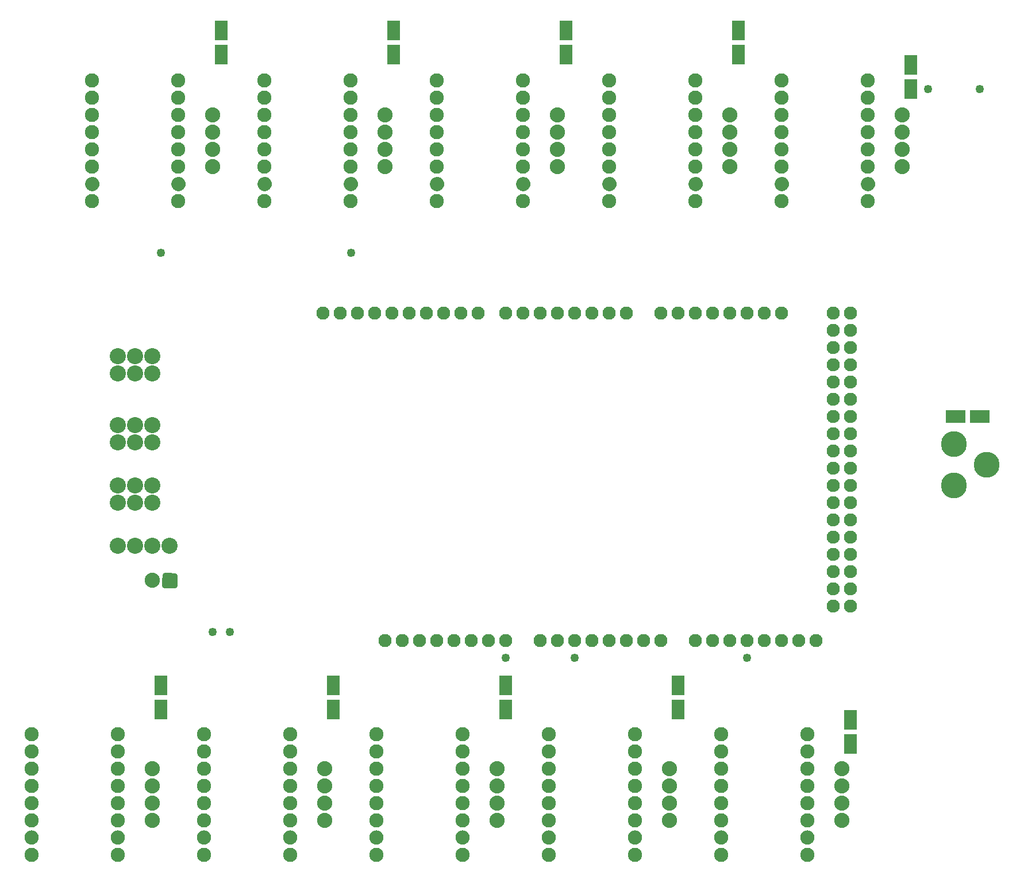
<source format=gts>
G04 MADE WITH FRITZING*
G04 WWW.FRITZING.ORG*
G04 DOUBLE SIDED*
G04 HOLES PLATED*
G04 CONTOUR ON CENTER OF CONTOUR VECTOR*
%ASAXBY*%
%FSLAX23Y23*%
%MOIN*%
%OFA0B0*%
%SFA1.0B1.0*%
%ADD10C,0.076604*%
%ADD11C,0.076632*%
%ADD12C,0.075993*%
%ADD13C,0.088000*%
%ADD14C,0.093307*%
%ADD15C,0.049370*%
%ADD16C,0.082472*%
%ADD17C,0.082445*%
%ADD18C,0.082417*%
%ADD19C,0.150000*%
%ADD20R,0.072992X0.112362*%
%ADD21R,0.112362X0.072992*%
%ADD22C,0.000100*%
%ADD23C,0.030000*%
%ADD24R,0.001000X0.001000*%
%LNMASK1*%
G90*
G70*
G54D10*
X3987Y1602D03*
X4087Y1602D03*
X4187Y1602D03*
X4287Y1602D03*
X4387Y1602D03*
X4487Y1602D03*
X4587Y1602D03*
X4687Y1602D03*
X3087Y1602D03*
X3187Y1602D03*
X3287Y1602D03*
X3387Y1602D03*
X3487Y1602D03*
X3587Y1602D03*
X3687Y1602D03*
X3787Y1602D03*
G54D11*
X3787Y3502D03*
X3887Y3502D03*
X3987Y3502D03*
X4087Y3502D03*
X4187Y3502D03*
X4287Y3502D03*
X4387Y3502D03*
X4487Y3502D03*
G54D10*
X2187Y1602D03*
X2287Y1602D03*
X2387Y1602D03*
X2487Y1602D03*
X2587Y1602D03*
X2687Y1602D03*
X2787Y1602D03*
X2887Y1602D03*
G54D11*
X2727Y3502D03*
X2627Y3502D03*
X2527Y3502D03*
X2427Y3502D03*
X2327Y3502D03*
X2227Y3502D03*
X2127Y3502D03*
X2027Y3502D03*
X1927Y3502D03*
X1827Y3502D03*
X3587Y3502D03*
X3487Y3502D03*
X3387Y3502D03*
X3287Y3502D03*
X3187Y3502D03*
X3087Y3502D03*
X2987Y3502D03*
X2887Y3502D03*
G54D12*
X4787Y3502D03*
X4887Y3502D03*
X4787Y3402D03*
X4887Y3402D03*
X4787Y3302D03*
X4887Y3302D03*
X4787Y3202D03*
X4887Y3202D03*
X4787Y3102D03*
X4887Y3102D03*
X4787Y3002D03*
X4887Y3002D03*
X4787Y2902D03*
X4887Y2902D03*
X4787Y2802D03*
X4887Y2802D03*
X4787Y2702D03*
X4887Y2702D03*
X4787Y2602D03*
X4887Y2602D03*
X4787Y2502D03*
X4887Y2502D03*
X4787Y2402D03*
X4887Y2402D03*
X4787Y2302D03*
X4887Y2302D03*
X4787Y2202D03*
X4887Y2202D03*
X4787Y2102D03*
X4887Y2102D03*
X4787Y2002D03*
X4887Y2002D03*
X4787Y1902D03*
X4887Y1902D03*
X4787Y1802D03*
X4887Y1802D03*
G54D13*
X3835Y861D03*
X3835Y761D03*
X3835Y661D03*
X3835Y561D03*
X2835Y860D03*
X2835Y760D03*
X2835Y660D03*
X2835Y560D03*
X1835Y861D03*
X1835Y761D03*
X1835Y661D03*
X1835Y561D03*
X835Y861D03*
X835Y761D03*
X835Y661D03*
X835Y561D03*
X4187Y4652D03*
X4187Y4552D03*
X4187Y4452D03*
X4187Y4352D03*
X3187Y4652D03*
X3187Y4552D03*
X3187Y4452D03*
X3187Y4352D03*
X4835Y861D03*
X4835Y761D03*
X4835Y661D03*
X4835Y561D03*
X5187Y4652D03*
X5187Y4552D03*
X5187Y4452D03*
X5187Y4352D03*
X2187Y4652D03*
X2187Y4552D03*
X2187Y4452D03*
X2187Y4352D03*
X1187Y4652D03*
X1187Y4552D03*
X1187Y4452D03*
X1187Y4352D03*
G54D14*
X837Y2502D03*
X737Y2502D03*
X637Y2502D03*
X837Y2502D03*
X737Y2502D03*
X637Y2502D03*
X637Y2402D03*
X737Y2402D03*
X837Y2402D03*
X837Y2852D03*
X737Y2852D03*
X637Y2852D03*
X837Y2852D03*
X737Y2852D03*
X637Y2852D03*
X637Y2752D03*
X737Y2752D03*
X837Y2752D03*
X837Y3252D03*
X737Y3252D03*
X637Y3252D03*
X837Y3252D03*
X737Y3252D03*
X637Y3252D03*
X637Y3152D03*
X737Y3152D03*
X837Y3152D03*
X937Y2152D03*
X837Y2152D03*
X737Y2152D03*
X637Y2152D03*
G54D13*
X937Y1952D03*
X837Y1954D03*
G54D15*
X5337Y4802D03*
X5637Y4802D03*
X887Y3852D03*
X1988Y3854D03*
X4287Y1502D03*
X3287Y1502D03*
X2887Y1502D03*
X1287Y1652D03*
X1187Y1652D03*
G54D16*
X3635Y361D03*
X3135Y1061D03*
X3135Y961D03*
X3135Y861D03*
X3135Y761D03*
X3135Y661D03*
G54D17*
X3135Y561D03*
G54D16*
X3135Y360D03*
G54D17*
X3635Y1061D03*
G54D18*
X3635Y961D03*
G54D17*
X3635Y861D03*
G54D16*
X3635Y761D03*
G54D17*
X3635Y661D03*
G54D18*
X3635Y561D03*
G54D16*
X2635Y360D03*
X2135Y1061D03*
X2135Y961D03*
X2135Y861D03*
X2135Y760D03*
X2135Y660D03*
G54D17*
X2135Y560D03*
G54D16*
X2135Y360D03*
G54D17*
X2635Y1061D03*
G54D18*
X2635Y961D03*
G54D17*
X2635Y861D03*
G54D16*
X2635Y760D03*
G54D17*
X2635Y660D03*
G54D18*
X2635Y561D03*
G54D16*
X1635Y361D03*
X1135Y1061D03*
X1135Y961D03*
X1135Y861D03*
X1135Y761D03*
X1135Y661D03*
G54D17*
X1135Y561D03*
G54D16*
X1135Y360D03*
G54D17*
X1635Y1061D03*
G54D18*
X1635Y961D03*
G54D17*
X1635Y861D03*
G54D16*
X1635Y761D03*
G54D17*
X1635Y661D03*
G54D18*
X1635Y561D03*
G54D16*
X635Y361D03*
X135Y1061D03*
X135Y961D03*
X135Y861D03*
X135Y761D03*
X135Y661D03*
G54D17*
X135Y561D03*
G54D16*
X135Y360D03*
G54D17*
X635Y1061D03*
G54D18*
X635Y961D03*
G54D17*
X635Y861D03*
G54D16*
X635Y761D03*
G54D17*
X635Y661D03*
G54D18*
X635Y561D03*
G54D16*
X3987Y4152D03*
X3487Y4852D03*
X3487Y4752D03*
X3487Y4652D03*
X3487Y4552D03*
X3487Y4452D03*
G54D17*
X3487Y4352D03*
G54D16*
X3487Y4152D03*
G54D17*
X3987Y4852D03*
G54D18*
X3987Y4752D03*
G54D17*
X3987Y4652D03*
G54D16*
X3987Y4552D03*
G54D17*
X3987Y4452D03*
G54D18*
X3987Y4352D03*
G54D16*
X2987Y4152D03*
X2487Y4852D03*
X2487Y4752D03*
X2487Y4652D03*
X2487Y4552D03*
X2487Y4452D03*
G54D17*
X2487Y4352D03*
G54D16*
X2487Y4152D03*
G54D17*
X2987Y4852D03*
G54D18*
X2987Y4752D03*
G54D17*
X2987Y4652D03*
G54D16*
X2987Y4552D03*
G54D17*
X2987Y4452D03*
G54D18*
X2987Y4352D03*
G54D16*
X4635Y361D03*
X4135Y1061D03*
X4135Y961D03*
X4135Y861D03*
X4135Y761D03*
X4135Y661D03*
G54D17*
X4135Y561D03*
G54D16*
X4135Y360D03*
G54D17*
X4635Y1061D03*
G54D18*
X4635Y961D03*
G54D17*
X4635Y861D03*
G54D16*
X4635Y761D03*
G54D17*
X4635Y661D03*
G54D18*
X4635Y561D03*
G54D16*
X4987Y4152D03*
X4487Y4852D03*
X4487Y4752D03*
X4487Y4652D03*
X4487Y4552D03*
X4487Y4452D03*
G54D17*
X4487Y4352D03*
G54D16*
X4487Y4152D03*
G54D17*
X4987Y4852D03*
G54D18*
X4987Y4752D03*
G54D17*
X4987Y4652D03*
G54D16*
X4987Y4552D03*
G54D17*
X4987Y4452D03*
G54D18*
X4987Y4352D03*
G54D16*
X1987Y4152D03*
X1487Y4852D03*
X1487Y4752D03*
X1487Y4652D03*
X1487Y4552D03*
X1487Y4452D03*
G54D17*
X1487Y4352D03*
G54D16*
X1487Y4152D03*
G54D17*
X1987Y4852D03*
G54D18*
X1987Y4752D03*
G54D17*
X1987Y4652D03*
G54D16*
X1987Y4552D03*
G54D17*
X1987Y4452D03*
G54D18*
X1987Y4352D03*
G54D16*
X987Y4152D03*
X487Y4852D03*
X487Y4752D03*
X487Y4652D03*
X487Y4552D03*
X487Y4452D03*
G54D17*
X487Y4352D03*
G54D16*
X487Y4152D03*
G54D17*
X987Y4852D03*
G54D18*
X987Y4752D03*
G54D17*
X987Y4652D03*
G54D16*
X987Y4552D03*
G54D17*
X987Y4452D03*
G54D18*
X987Y4352D03*
G54D19*
X5487Y2742D03*
X5487Y2502D03*
X5677Y2622D03*
G54D20*
X4887Y1144D03*
X4887Y1002D03*
X3887Y1344D03*
X3887Y1202D03*
X2887Y1344D03*
X2887Y1202D03*
X1887Y1344D03*
X1887Y1202D03*
X887Y1344D03*
X887Y1202D03*
X5237Y4944D03*
X5237Y4802D03*
X4237Y5144D03*
X4237Y5002D03*
X3237Y5144D03*
X3237Y5002D03*
X2237Y5144D03*
X2237Y5002D03*
X1237Y5144D03*
X1237Y5002D03*
G54D21*
X5495Y2902D03*
X5637Y2902D03*
G54D22*
G36*
X965Y1923D02*
X907Y1924D01*
X908Y1982D01*
X966Y1981D01*
X965Y1923D01*
G37*
G54D23*
X965Y1923D02*
X907Y1924D01*
X908Y1982D01*
X966Y1981D01*
X965Y1923D01*
D02*
G54D24*
X484Y4293D02*
X491Y4293D01*
X984Y4293D02*
X991Y4293D01*
X1484Y4293D02*
X1491Y4293D01*
X1984Y4293D02*
X1991Y4293D01*
X2484Y4293D02*
X2491Y4293D01*
X2984Y4293D02*
X2991Y4293D01*
X3483Y4293D02*
X3491Y4293D01*
X3984Y4293D02*
X3991Y4293D01*
X4483Y4293D02*
X4491Y4293D01*
X4984Y4293D02*
X4991Y4293D01*
X478Y4292D02*
X497Y4292D01*
X978Y4292D02*
X997Y4292D01*
X1478Y4292D02*
X1497Y4292D01*
X1978Y4292D02*
X1997Y4292D01*
X2478Y4292D02*
X2497Y4292D01*
X2978Y4292D02*
X2996Y4292D01*
X3478Y4292D02*
X3497Y4292D01*
X3978Y4292D02*
X3997Y4292D01*
X4478Y4292D02*
X4497Y4292D01*
X4978Y4292D02*
X4996Y4292D01*
X475Y4291D02*
X500Y4291D01*
X975Y4291D02*
X1000Y4291D01*
X1475Y4291D02*
X1500Y4291D01*
X1975Y4291D02*
X2000Y4291D01*
X2475Y4291D02*
X2500Y4291D01*
X2975Y4291D02*
X3000Y4291D01*
X3474Y4291D02*
X3500Y4291D01*
X3974Y4291D02*
X4000Y4291D01*
X4474Y4291D02*
X4500Y4291D01*
X4974Y4291D02*
X5000Y4291D01*
X472Y4290D02*
X503Y4290D01*
X972Y4290D02*
X1003Y4290D01*
X1472Y4290D02*
X1503Y4290D01*
X1972Y4290D02*
X2003Y4290D01*
X2472Y4290D02*
X2503Y4290D01*
X2972Y4290D02*
X3003Y4290D01*
X3472Y4290D02*
X3503Y4290D01*
X3972Y4290D02*
X4003Y4290D01*
X4472Y4290D02*
X4503Y4290D01*
X4972Y4290D02*
X5003Y4290D01*
X470Y4289D02*
X505Y4289D01*
X970Y4289D02*
X1005Y4289D01*
X1470Y4289D02*
X1505Y4289D01*
X1970Y4289D02*
X2005Y4289D01*
X2470Y4289D02*
X2505Y4289D01*
X2970Y4289D02*
X3005Y4289D01*
X3470Y4289D02*
X3505Y4289D01*
X3970Y4289D02*
X4005Y4289D01*
X4470Y4289D02*
X4505Y4289D01*
X4970Y4289D02*
X5005Y4289D01*
X468Y4288D02*
X507Y4288D01*
X968Y4288D02*
X1007Y4288D01*
X1468Y4288D02*
X1507Y4288D01*
X1968Y4288D02*
X2007Y4288D01*
X2468Y4288D02*
X2507Y4288D01*
X2968Y4288D02*
X3007Y4288D01*
X3468Y4288D02*
X3507Y4288D01*
X3968Y4288D02*
X4007Y4288D01*
X4468Y4288D02*
X4507Y4288D01*
X4968Y4288D02*
X5007Y4288D01*
X466Y4287D02*
X509Y4287D01*
X966Y4287D02*
X1009Y4287D01*
X1466Y4287D02*
X1509Y4287D01*
X1966Y4287D02*
X2009Y4287D01*
X2466Y4287D02*
X2509Y4287D01*
X2966Y4287D02*
X3008Y4287D01*
X3466Y4287D02*
X3508Y4287D01*
X3966Y4287D02*
X4008Y4287D01*
X4466Y4287D02*
X4508Y4287D01*
X4966Y4287D02*
X5008Y4287D01*
X465Y4286D02*
X510Y4286D01*
X965Y4286D02*
X1010Y4286D01*
X1465Y4286D02*
X1510Y4286D01*
X1965Y4286D02*
X2010Y4286D01*
X2465Y4286D02*
X2510Y4286D01*
X2965Y4286D02*
X3010Y4286D01*
X3465Y4286D02*
X3510Y4286D01*
X3964Y4286D02*
X4010Y4286D01*
X4464Y4286D02*
X4510Y4286D01*
X4964Y4286D02*
X5010Y4286D01*
X463Y4285D02*
X512Y4285D01*
X963Y4285D02*
X1012Y4285D01*
X1463Y4285D02*
X1512Y4285D01*
X1963Y4285D02*
X2011Y4285D01*
X2463Y4285D02*
X2511Y4285D01*
X2963Y4285D02*
X3011Y4285D01*
X3463Y4285D02*
X3511Y4285D01*
X3963Y4285D02*
X4011Y4285D01*
X4463Y4285D02*
X4511Y4285D01*
X4963Y4285D02*
X5011Y4285D01*
X462Y4284D02*
X513Y4284D01*
X962Y4284D02*
X1013Y4284D01*
X1462Y4284D02*
X1513Y4284D01*
X1962Y4284D02*
X2013Y4284D01*
X2462Y4284D02*
X2513Y4284D01*
X2962Y4284D02*
X3013Y4284D01*
X3462Y4284D02*
X3513Y4284D01*
X3962Y4284D02*
X4013Y4284D01*
X4462Y4284D02*
X4513Y4284D01*
X4962Y4284D02*
X5013Y4284D01*
X461Y4283D02*
X514Y4283D01*
X961Y4283D02*
X1014Y4283D01*
X1461Y4283D02*
X1514Y4283D01*
X1961Y4283D02*
X2014Y4283D01*
X2461Y4283D02*
X2514Y4283D01*
X2961Y4283D02*
X3014Y4283D01*
X3461Y4283D02*
X3514Y4283D01*
X3961Y4283D02*
X4014Y4283D01*
X4461Y4283D02*
X4514Y4283D01*
X4961Y4283D02*
X5014Y4283D01*
X460Y4282D02*
X515Y4282D01*
X960Y4282D02*
X1015Y4282D01*
X1460Y4282D02*
X1515Y4282D01*
X1960Y4282D02*
X2015Y4282D01*
X2460Y4282D02*
X2515Y4282D01*
X2960Y4282D02*
X3015Y4282D01*
X3459Y4282D02*
X3515Y4282D01*
X3959Y4282D02*
X4015Y4282D01*
X4459Y4282D02*
X4515Y4282D01*
X4959Y4282D02*
X5015Y4282D01*
X459Y4281D02*
X516Y4281D01*
X959Y4281D02*
X1016Y4281D01*
X1459Y4281D02*
X1516Y4281D01*
X1959Y4281D02*
X2016Y4281D01*
X2459Y4281D02*
X2516Y4281D01*
X2958Y4281D02*
X3016Y4281D01*
X3458Y4281D02*
X3516Y4281D01*
X3958Y4281D02*
X4016Y4281D01*
X4458Y4281D02*
X4516Y4281D01*
X4958Y4281D02*
X5016Y4281D01*
X458Y4280D02*
X517Y4280D01*
X958Y4280D02*
X1017Y4280D01*
X1458Y4280D02*
X1517Y4280D01*
X1958Y4280D02*
X2017Y4280D01*
X2458Y4280D02*
X2517Y4280D01*
X2958Y4280D02*
X3017Y4280D01*
X3458Y4280D02*
X3517Y4280D01*
X3958Y4280D02*
X4017Y4280D01*
X4457Y4280D02*
X4517Y4280D01*
X4957Y4280D02*
X5017Y4280D01*
X457Y4279D02*
X518Y4279D01*
X957Y4279D02*
X1018Y4279D01*
X1457Y4279D02*
X1518Y4279D01*
X1957Y4279D02*
X2018Y4279D01*
X2457Y4279D02*
X2518Y4279D01*
X2957Y4279D02*
X3018Y4279D01*
X3457Y4279D02*
X3518Y4279D01*
X3957Y4279D02*
X4018Y4279D01*
X4457Y4279D02*
X4518Y4279D01*
X4957Y4279D02*
X5018Y4279D01*
X456Y4278D02*
X519Y4278D01*
X956Y4278D02*
X1019Y4278D01*
X1456Y4278D02*
X1519Y4278D01*
X1956Y4278D02*
X2019Y4278D01*
X2456Y4278D02*
X2519Y4278D01*
X2956Y4278D02*
X3019Y4278D01*
X3456Y4278D02*
X3519Y4278D01*
X3956Y4278D02*
X4019Y4278D01*
X4456Y4278D02*
X4519Y4278D01*
X4956Y4278D02*
X5019Y4278D01*
X455Y4277D02*
X520Y4277D01*
X955Y4277D02*
X1020Y4277D01*
X1455Y4277D02*
X1520Y4277D01*
X1955Y4277D02*
X2020Y4277D01*
X2455Y4277D02*
X2520Y4277D01*
X2955Y4277D02*
X3019Y4277D01*
X3455Y4277D02*
X3520Y4277D01*
X3955Y4277D02*
X4019Y4277D01*
X4455Y4277D02*
X4519Y4277D01*
X4955Y4277D02*
X5019Y4277D01*
X454Y4276D02*
X520Y4276D01*
X954Y4276D02*
X1020Y4276D01*
X1454Y4276D02*
X1520Y4276D01*
X1954Y4276D02*
X2020Y4276D01*
X2454Y4276D02*
X2520Y4276D01*
X2954Y4276D02*
X3020Y4276D01*
X3454Y4276D02*
X3520Y4276D01*
X3954Y4276D02*
X4020Y4276D01*
X4454Y4276D02*
X4520Y4276D01*
X4954Y4276D02*
X5020Y4276D01*
X454Y4275D02*
X521Y4275D01*
X954Y4275D02*
X1021Y4275D01*
X1454Y4275D02*
X1521Y4275D01*
X1954Y4275D02*
X2021Y4275D01*
X2454Y4275D02*
X2521Y4275D01*
X2954Y4275D02*
X3021Y4275D01*
X3454Y4275D02*
X3521Y4275D01*
X3954Y4275D02*
X4021Y4275D01*
X4454Y4275D02*
X4521Y4275D01*
X4954Y4275D02*
X5021Y4275D01*
X453Y4274D02*
X522Y4274D01*
X953Y4274D02*
X1022Y4274D01*
X1453Y4274D02*
X1522Y4274D01*
X1953Y4274D02*
X2022Y4274D01*
X2453Y4274D02*
X2522Y4274D01*
X2953Y4274D02*
X3022Y4274D01*
X3453Y4274D02*
X3522Y4274D01*
X3953Y4274D02*
X4022Y4274D01*
X4453Y4274D02*
X4522Y4274D01*
X4953Y4274D02*
X5021Y4274D01*
X453Y4273D02*
X522Y4273D01*
X953Y4273D02*
X1022Y4273D01*
X1452Y4273D02*
X1522Y4273D01*
X1952Y4273D02*
X2022Y4273D01*
X2452Y4273D02*
X2522Y4273D01*
X2952Y4273D02*
X3022Y4273D01*
X3452Y4273D02*
X3522Y4273D01*
X3952Y4273D02*
X4022Y4273D01*
X4452Y4273D02*
X4522Y4273D01*
X4952Y4273D02*
X5022Y4273D01*
X452Y4272D02*
X523Y4272D01*
X952Y4272D02*
X1023Y4272D01*
X1452Y4272D02*
X1523Y4272D01*
X1952Y4272D02*
X2023Y4272D01*
X2452Y4272D02*
X2523Y4272D01*
X2952Y4272D02*
X3023Y4272D01*
X3452Y4272D02*
X3523Y4272D01*
X3952Y4272D02*
X4023Y4272D01*
X4452Y4272D02*
X4523Y4272D01*
X4952Y4272D02*
X5023Y4272D01*
X451Y4271D02*
X524Y4271D01*
X951Y4271D02*
X1023Y4271D01*
X1451Y4271D02*
X1523Y4271D01*
X1951Y4271D02*
X2023Y4271D01*
X2451Y4271D02*
X2523Y4271D01*
X2951Y4271D02*
X3023Y4271D01*
X3451Y4271D02*
X3523Y4271D01*
X3951Y4271D02*
X4023Y4271D01*
X4451Y4271D02*
X4523Y4271D01*
X4951Y4271D02*
X5023Y4271D01*
X451Y4270D02*
X524Y4270D01*
X951Y4270D02*
X1024Y4270D01*
X1451Y4270D02*
X1524Y4270D01*
X1951Y4270D02*
X2024Y4270D01*
X2451Y4270D02*
X2524Y4270D01*
X2951Y4270D02*
X3024Y4270D01*
X3451Y4270D02*
X3524Y4270D01*
X3951Y4270D02*
X4024Y4270D01*
X4451Y4270D02*
X4524Y4270D01*
X4951Y4270D02*
X5024Y4270D01*
X450Y4269D02*
X524Y4269D01*
X950Y4269D02*
X1024Y4269D01*
X1450Y4269D02*
X1524Y4269D01*
X1950Y4269D02*
X2024Y4269D01*
X2450Y4269D02*
X2524Y4269D01*
X2950Y4269D02*
X3024Y4269D01*
X3450Y4269D02*
X3524Y4269D01*
X3950Y4269D02*
X4024Y4269D01*
X4450Y4269D02*
X4524Y4269D01*
X4950Y4269D02*
X5024Y4269D01*
X450Y4268D02*
X525Y4268D01*
X950Y4268D02*
X1025Y4268D01*
X1450Y4268D02*
X1525Y4268D01*
X1950Y4268D02*
X2025Y4268D01*
X2450Y4268D02*
X2525Y4268D01*
X2950Y4268D02*
X3025Y4268D01*
X3450Y4268D02*
X3525Y4268D01*
X3950Y4268D02*
X4025Y4268D01*
X4450Y4268D02*
X4525Y4268D01*
X4950Y4268D02*
X5025Y4268D01*
X450Y4267D02*
X525Y4267D01*
X950Y4267D02*
X1025Y4267D01*
X1449Y4267D02*
X1525Y4267D01*
X1949Y4267D02*
X2025Y4267D01*
X2449Y4267D02*
X2525Y4267D01*
X2949Y4267D02*
X3025Y4267D01*
X3449Y4267D02*
X3525Y4267D01*
X3949Y4267D02*
X4025Y4267D01*
X4449Y4267D02*
X4525Y4267D01*
X4949Y4267D02*
X5025Y4267D01*
X449Y4266D02*
X526Y4266D01*
X949Y4266D02*
X1026Y4266D01*
X1449Y4266D02*
X1526Y4266D01*
X1949Y4266D02*
X2026Y4266D01*
X2449Y4266D02*
X2526Y4266D01*
X2949Y4266D02*
X3026Y4266D01*
X3449Y4266D02*
X3526Y4266D01*
X3949Y4266D02*
X4026Y4266D01*
X4449Y4266D02*
X4525Y4266D01*
X4949Y4266D02*
X5025Y4266D01*
X449Y4265D02*
X526Y4265D01*
X949Y4265D02*
X1026Y4265D01*
X1449Y4265D02*
X1526Y4265D01*
X1949Y4265D02*
X2026Y4265D01*
X2449Y4265D02*
X2526Y4265D01*
X2949Y4265D02*
X3026Y4265D01*
X3449Y4265D02*
X3526Y4265D01*
X3949Y4265D02*
X4026Y4265D01*
X4449Y4265D02*
X4526Y4265D01*
X4949Y4265D02*
X5026Y4265D01*
X449Y4264D02*
X526Y4264D01*
X949Y4264D02*
X1026Y4264D01*
X1448Y4264D02*
X1526Y4264D01*
X1948Y4264D02*
X2026Y4264D01*
X2448Y4264D02*
X2526Y4264D01*
X2948Y4264D02*
X3026Y4264D01*
X3448Y4264D02*
X3526Y4264D01*
X3948Y4264D02*
X4026Y4264D01*
X4448Y4264D02*
X4526Y4264D01*
X4948Y4264D02*
X5026Y4264D01*
X448Y4263D02*
X527Y4263D01*
X948Y4263D02*
X1027Y4263D01*
X1448Y4263D02*
X1527Y4263D01*
X1948Y4263D02*
X2027Y4263D01*
X2448Y4263D02*
X2526Y4263D01*
X2948Y4263D02*
X3026Y4263D01*
X3448Y4263D02*
X3526Y4263D01*
X3948Y4263D02*
X4026Y4263D01*
X4448Y4263D02*
X4526Y4263D01*
X4948Y4263D02*
X5026Y4263D01*
X448Y4262D02*
X527Y4262D01*
X948Y4262D02*
X1027Y4262D01*
X1448Y4262D02*
X1527Y4262D01*
X1948Y4262D02*
X2027Y4262D01*
X2448Y4262D02*
X2527Y4262D01*
X2948Y4262D02*
X3027Y4262D01*
X3448Y4262D02*
X3527Y4262D01*
X3948Y4262D02*
X4027Y4262D01*
X4448Y4262D02*
X4527Y4262D01*
X4948Y4262D02*
X5027Y4262D01*
X448Y4261D02*
X527Y4261D01*
X948Y4261D02*
X1027Y4261D01*
X1448Y4261D02*
X1527Y4261D01*
X1948Y4261D02*
X2027Y4261D01*
X2448Y4261D02*
X2527Y4261D01*
X2948Y4261D02*
X3027Y4261D01*
X3448Y4261D02*
X3527Y4261D01*
X3948Y4261D02*
X4027Y4261D01*
X4448Y4261D02*
X4527Y4261D01*
X4948Y4261D02*
X5027Y4261D01*
X448Y4260D02*
X527Y4260D01*
X948Y4260D02*
X1027Y4260D01*
X1447Y4260D02*
X1527Y4260D01*
X1947Y4260D02*
X2027Y4260D01*
X2447Y4260D02*
X2527Y4260D01*
X2947Y4260D02*
X3027Y4260D01*
X3447Y4260D02*
X3527Y4260D01*
X3947Y4260D02*
X4027Y4260D01*
X4447Y4260D02*
X4527Y4260D01*
X4947Y4260D02*
X5027Y4260D01*
X447Y4259D02*
X527Y4259D01*
X947Y4259D02*
X1027Y4259D01*
X1447Y4259D02*
X1527Y4259D01*
X1947Y4259D02*
X2027Y4259D01*
X2447Y4259D02*
X2527Y4259D01*
X2947Y4259D02*
X3027Y4259D01*
X3447Y4259D02*
X3527Y4259D01*
X3947Y4259D02*
X4027Y4259D01*
X4447Y4259D02*
X4527Y4259D01*
X4947Y4259D02*
X5027Y4259D01*
X447Y4258D02*
X528Y4258D01*
X947Y4258D02*
X1028Y4258D01*
X1447Y4258D02*
X1528Y4258D01*
X1947Y4258D02*
X2028Y4258D01*
X2447Y4258D02*
X2528Y4258D01*
X2947Y4258D02*
X3027Y4258D01*
X3447Y4258D02*
X3527Y4258D01*
X3947Y4258D02*
X4027Y4258D01*
X4447Y4258D02*
X4527Y4258D01*
X4947Y4258D02*
X5027Y4258D01*
X447Y4257D02*
X528Y4257D01*
X947Y4257D02*
X1028Y4257D01*
X1447Y4257D02*
X1528Y4257D01*
X1947Y4257D02*
X2028Y4257D01*
X2447Y4257D02*
X2528Y4257D01*
X2947Y4257D02*
X3028Y4257D01*
X3447Y4257D02*
X3528Y4257D01*
X3947Y4257D02*
X4028Y4257D01*
X4447Y4257D02*
X4528Y4257D01*
X4947Y4257D02*
X5028Y4257D01*
X447Y4256D02*
X528Y4256D01*
X947Y4256D02*
X1028Y4256D01*
X1447Y4256D02*
X1528Y4256D01*
X1947Y4256D02*
X2028Y4256D01*
X2447Y4256D02*
X2528Y4256D01*
X2947Y4256D02*
X3028Y4256D01*
X3447Y4256D02*
X3528Y4256D01*
X3947Y4256D02*
X4028Y4256D01*
X4447Y4256D02*
X4528Y4256D01*
X4947Y4256D02*
X5028Y4256D01*
X447Y4255D02*
X528Y4255D01*
X947Y4255D02*
X1028Y4255D01*
X1447Y4255D02*
X1528Y4255D01*
X1947Y4255D02*
X2028Y4255D01*
X2447Y4255D02*
X2528Y4255D01*
X2947Y4255D02*
X3028Y4255D01*
X3447Y4255D02*
X3528Y4255D01*
X3947Y4255D02*
X4028Y4255D01*
X4447Y4255D02*
X4528Y4255D01*
X4947Y4255D02*
X5028Y4255D01*
X447Y4254D02*
X528Y4254D01*
X947Y4254D02*
X1028Y4254D01*
X1447Y4254D02*
X1528Y4254D01*
X1947Y4254D02*
X2028Y4254D01*
X2447Y4254D02*
X2528Y4254D01*
X2947Y4254D02*
X3028Y4254D01*
X3447Y4254D02*
X3528Y4254D01*
X3947Y4254D02*
X4028Y4254D01*
X4447Y4254D02*
X4528Y4254D01*
X4947Y4254D02*
X5028Y4254D01*
X447Y4253D02*
X528Y4253D01*
X947Y4253D02*
X1028Y4253D01*
X1447Y4253D02*
X1528Y4253D01*
X1947Y4253D02*
X2028Y4253D01*
X2447Y4253D02*
X2528Y4253D01*
X2947Y4253D02*
X3028Y4253D01*
X3447Y4253D02*
X3528Y4253D01*
X3947Y4253D02*
X4028Y4253D01*
X4447Y4253D02*
X4528Y4253D01*
X4947Y4253D02*
X5028Y4253D01*
X447Y4252D02*
X528Y4252D01*
X947Y4252D02*
X1028Y4252D01*
X1447Y4252D02*
X1528Y4252D01*
X1947Y4252D02*
X2028Y4252D01*
X2447Y4252D02*
X2528Y4252D01*
X2947Y4252D02*
X3028Y4252D01*
X3447Y4252D02*
X3528Y4252D01*
X3947Y4252D02*
X4028Y4252D01*
X4446Y4252D02*
X4528Y4252D01*
X4946Y4252D02*
X5028Y4252D01*
X447Y4251D02*
X528Y4251D01*
X947Y4251D02*
X1028Y4251D01*
X1447Y4251D02*
X1528Y4251D01*
X1947Y4251D02*
X2028Y4251D01*
X2447Y4251D02*
X2528Y4251D01*
X2947Y4251D02*
X3028Y4251D01*
X3447Y4251D02*
X3528Y4251D01*
X3947Y4251D02*
X4028Y4251D01*
X4447Y4251D02*
X4528Y4251D01*
X4947Y4251D02*
X5028Y4251D01*
X447Y4250D02*
X528Y4250D01*
X947Y4250D02*
X1028Y4250D01*
X1447Y4250D02*
X1528Y4250D01*
X1947Y4250D02*
X2028Y4250D01*
X2447Y4250D02*
X2528Y4250D01*
X2947Y4250D02*
X3028Y4250D01*
X3447Y4250D02*
X3528Y4250D01*
X3947Y4250D02*
X4028Y4250D01*
X4447Y4250D02*
X4528Y4250D01*
X4947Y4250D02*
X5028Y4250D01*
X447Y4249D02*
X528Y4249D01*
X947Y4249D02*
X1028Y4249D01*
X1447Y4249D02*
X1528Y4249D01*
X1947Y4249D02*
X2028Y4249D01*
X2447Y4249D02*
X2528Y4249D01*
X2947Y4249D02*
X3028Y4249D01*
X3447Y4249D02*
X3528Y4249D01*
X3947Y4249D02*
X4028Y4249D01*
X4447Y4249D02*
X4528Y4249D01*
X4947Y4249D02*
X5028Y4249D01*
X447Y4248D02*
X528Y4248D01*
X947Y4248D02*
X1028Y4248D01*
X1447Y4248D02*
X1528Y4248D01*
X1947Y4248D02*
X2028Y4248D01*
X2447Y4248D02*
X2528Y4248D01*
X2947Y4248D02*
X3028Y4248D01*
X3447Y4248D02*
X3528Y4248D01*
X3947Y4248D02*
X4028Y4248D01*
X4447Y4248D02*
X4528Y4248D01*
X4947Y4248D02*
X5028Y4248D01*
X447Y4247D02*
X528Y4247D01*
X947Y4247D02*
X1028Y4247D01*
X1447Y4247D02*
X1528Y4247D01*
X1947Y4247D02*
X2028Y4247D01*
X2447Y4247D02*
X2528Y4247D01*
X2947Y4247D02*
X3028Y4247D01*
X3447Y4247D02*
X3528Y4247D01*
X3947Y4247D02*
X4028Y4247D01*
X4447Y4247D02*
X4528Y4247D01*
X4947Y4247D02*
X5028Y4247D01*
X447Y4246D02*
X528Y4246D01*
X947Y4246D02*
X1028Y4246D01*
X1447Y4246D02*
X1528Y4246D01*
X1947Y4246D02*
X2028Y4246D01*
X2447Y4246D02*
X2528Y4246D01*
X2947Y4246D02*
X3027Y4246D01*
X3447Y4246D02*
X3527Y4246D01*
X3947Y4246D02*
X4027Y4246D01*
X4447Y4246D02*
X4527Y4246D01*
X4947Y4246D02*
X5027Y4246D01*
X447Y4245D02*
X527Y4245D01*
X947Y4245D02*
X1027Y4245D01*
X1447Y4245D02*
X1527Y4245D01*
X1947Y4245D02*
X2027Y4245D01*
X2447Y4245D02*
X2527Y4245D01*
X2947Y4245D02*
X3027Y4245D01*
X3447Y4245D02*
X3527Y4245D01*
X3947Y4245D02*
X4027Y4245D01*
X4447Y4245D02*
X4527Y4245D01*
X4947Y4245D02*
X5027Y4245D01*
X448Y4244D02*
X527Y4244D01*
X948Y4244D02*
X1027Y4244D01*
X1448Y4244D02*
X1527Y4244D01*
X1948Y4244D02*
X2027Y4244D01*
X2447Y4244D02*
X2527Y4244D01*
X2947Y4244D02*
X3027Y4244D01*
X3447Y4244D02*
X3527Y4244D01*
X3947Y4244D02*
X4027Y4244D01*
X4447Y4244D02*
X4527Y4244D01*
X4947Y4244D02*
X5027Y4244D01*
X448Y4243D02*
X527Y4243D01*
X948Y4243D02*
X1027Y4243D01*
X1448Y4243D02*
X1527Y4243D01*
X1948Y4243D02*
X2027Y4243D01*
X2448Y4243D02*
X2527Y4243D01*
X2948Y4243D02*
X3027Y4243D01*
X3448Y4243D02*
X3527Y4243D01*
X3948Y4243D02*
X4027Y4243D01*
X4448Y4243D02*
X4527Y4243D01*
X4948Y4243D02*
X5027Y4243D01*
X448Y4242D02*
X527Y4242D01*
X948Y4242D02*
X1027Y4242D01*
X1448Y4242D02*
X1527Y4242D01*
X1948Y4242D02*
X2027Y4242D01*
X2448Y4242D02*
X2527Y4242D01*
X2948Y4242D02*
X3027Y4242D01*
X3448Y4242D02*
X3527Y4242D01*
X3948Y4242D02*
X4027Y4242D01*
X4448Y4242D02*
X4527Y4242D01*
X4948Y4242D02*
X5027Y4242D01*
X448Y4241D02*
X527Y4241D01*
X948Y4241D02*
X1027Y4241D01*
X1448Y4241D02*
X1527Y4241D01*
X1948Y4241D02*
X2026Y4241D01*
X2448Y4241D02*
X2526Y4241D01*
X2948Y4241D02*
X3026Y4241D01*
X3448Y4241D02*
X3526Y4241D01*
X3948Y4241D02*
X4026Y4241D01*
X4448Y4241D02*
X4526Y4241D01*
X4948Y4241D02*
X5026Y4241D01*
X449Y4240D02*
X526Y4240D01*
X949Y4240D02*
X1026Y4240D01*
X1449Y4240D02*
X1526Y4240D01*
X1948Y4240D02*
X2026Y4240D01*
X2448Y4240D02*
X2526Y4240D01*
X2948Y4240D02*
X3026Y4240D01*
X3448Y4240D02*
X3526Y4240D01*
X3948Y4240D02*
X4026Y4240D01*
X4448Y4240D02*
X4526Y4240D01*
X4948Y4240D02*
X5026Y4240D01*
X449Y4239D02*
X526Y4239D01*
X949Y4239D02*
X1026Y4239D01*
X1449Y4239D02*
X1526Y4239D01*
X1949Y4239D02*
X2026Y4239D01*
X2449Y4239D02*
X2526Y4239D01*
X2949Y4239D02*
X3026Y4239D01*
X3449Y4239D02*
X3526Y4239D01*
X3949Y4239D02*
X4026Y4239D01*
X4449Y4239D02*
X4526Y4239D01*
X4949Y4239D02*
X5026Y4239D01*
X449Y4238D02*
X526Y4238D01*
X949Y4238D02*
X1026Y4238D01*
X1449Y4238D02*
X1526Y4238D01*
X1949Y4238D02*
X2026Y4238D01*
X2449Y4238D02*
X2526Y4238D01*
X2949Y4238D02*
X3025Y4238D01*
X3449Y4238D02*
X3525Y4238D01*
X3949Y4238D02*
X4025Y4238D01*
X4449Y4238D02*
X4525Y4238D01*
X4949Y4238D02*
X5025Y4238D01*
X450Y4237D02*
X525Y4237D01*
X950Y4237D02*
X1025Y4237D01*
X1450Y4237D02*
X1525Y4237D01*
X1950Y4237D02*
X2025Y4237D01*
X2449Y4237D02*
X2525Y4237D01*
X2949Y4237D02*
X3025Y4237D01*
X3449Y4237D02*
X3525Y4237D01*
X3949Y4237D02*
X4025Y4237D01*
X4449Y4237D02*
X4525Y4237D01*
X4949Y4237D02*
X5025Y4237D01*
X450Y4236D02*
X525Y4236D01*
X950Y4236D02*
X1025Y4236D01*
X1450Y4236D02*
X1525Y4236D01*
X1950Y4236D02*
X2025Y4236D01*
X2450Y4236D02*
X2525Y4236D01*
X2950Y4236D02*
X3025Y4236D01*
X3450Y4236D02*
X3525Y4236D01*
X3950Y4236D02*
X4025Y4236D01*
X4450Y4236D02*
X4525Y4236D01*
X4950Y4236D02*
X5025Y4236D01*
X450Y4235D02*
X524Y4235D01*
X950Y4235D02*
X1024Y4235D01*
X1450Y4235D02*
X1524Y4235D01*
X1950Y4235D02*
X2024Y4235D01*
X2450Y4235D02*
X2524Y4235D01*
X2950Y4235D02*
X3024Y4235D01*
X3450Y4235D02*
X3524Y4235D01*
X3950Y4235D02*
X4024Y4235D01*
X4450Y4235D02*
X4524Y4235D01*
X4950Y4235D02*
X5024Y4235D01*
X451Y4234D02*
X524Y4234D01*
X951Y4234D02*
X1024Y4234D01*
X1451Y4234D02*
X1524Y4234D01*
X1951Y4234D02*
X2024Y4234D01*
X2451Y4234D02*
X2524Y4234D01*
X2951Y4234D02*
X3024Y4234D01*
X3451Y4234D02*
X3524Y4234D01*
X3951Y4234D02*
X4024Y4234D01*
X4451Y4234D02*
X4524Y4234D01*
X4951Y4234D02*
X5024Y4234D01*
X451Y4233D02*
X523Y4233D01*
X951Y4233D02*
X1023Y4233D01*
X1451Y4233D02*
X1523Y4233D01*
X1951Y4233D02*
X2023Y4233D01*
X2451Y4233D02*
X2523Y4233D01*
X2951Y4233D02*
X3023Y4233D01*
X3451Y4233D02*
X3523Y4233D01*
X3951Y4233D02*
X4023Y4233D01*
X4451Y4233D02*
X4523Y4233D01*
X4951Y4233D02*
X5023Y4233D01*
X452Y4232D02*
X523Y4232D01*
X952Y4232D02*
X1023Y4232D01*
X1452Y4232D02*
X1523Y4232D01*
X1952Y4232D02*
X2023Y4232D01*
X2452Y4232D02*
X2523Y4232D01*
X2952Y4232D02*
X3023Y4232D01*
X3452Y4232D02*
X3523Y4232D01*
X3952Y4232D02*
X4023Y4232D01*
X4452Y4232D02*
X4523Y4232D01*
X4952Y4232D02*
X5023Y4232D01*
X453Y4231D02*
X522Y4231D01*
X953Y4231D02*
X1022Y4231D01*
X1453Y4231D02*
X1522Y4231D01*
X1953Y4231D02*
X2022Y4231D01*
X2452Y4231D02*
X2522Y4231D01*
X2952Y4231D02*
X3022Y4231D01*
X3452Y4231D02*
X3522Y4231D01*
X3952Y4231D02*
X4022Y4231D01*
X4452Y4231D02*
X4522Y4231D01*
X4952Y4231D02*
X5022Y4231D01*
X453Y4230D02*
X522Y4230D01*
X953Y4230D02*
X1022Y4230D01*
X1453Y4230D02*
X1522Y4230D01*
X1953Y4230D02*
X2022Y4230D01*
X2453Y4230D02*
X2522Y4230D01*
X2953Y4230D02*
X3022Y4230D01*
X3453Y4230D02*
X3521Y4230D01*
X3953Y4230D02*
X4021Y4230D01*
X4453Y4230D02*
X4521Y4230D01*
X4953Y4230D02*
X5021Y4230D01*
X454Y4229D02*
X521Y4229D01*
X954Y4229D02*
X1021Y4229D01*
X1454Y4229D02*
X1521Y4229D01*
X1954Y4229D02*
X2021Y4229D01*
X2454Y4229D02*
X2521Y4229D01*
X2954Y4229D02*
X3021Y4229D01*
X3454Y4229D02*
X3521Y4229D01*
X3954Y4229D02*
X4021Y4229D01*
X4454Y4229D02*
X4521Y4229D01*
X4954Y4229D02*
X5021Y4229D01*
X455Y4228D02*
X520Y4228D01*
X955Y4228D02*
X1020Y4228D01*
X1455Y4228D02*
X1520Y4228D01*
X1955Y4228D02*
X2020Y4228D01*
X2454Y4228D02*
X2520Y4228D01*
X2954Y4228D02*
X3020Y4228D01*
X3454Y4228D02*
X3520Y4228D01*
X3954Y4228D02*
X4020Y4228D01*
X4454Y4228D02*
X4520Y4228D01*
X4954Y4228D02*
X5020Y4228D01*
X455Y4227D02*
X520Y4227D01*
X955Y4227D02*
X1020Y4227D01*
X1455Y4227D02*
X1520Y4227D01*
X1955Y4227D02*
X2019Y4227D01*
X2455Y4227D02*
X2519Y4227D01*
X2955Y4227D02*
X3019Y4227D01*
X3455Y4227D02*
X3519Y4227D01*
X3955Y4227D02*
X4019Y4227D01*
X4455Y4227D02*
X4519Y4227D01*
X4955Y4227D02*
X5019Y4227D01*
X456Y4226D02*
X519Y4226D01*
X956Y4226D02*
X1019Y4226D01*
X1456Y4226D02*
X1519Y4226D01*
X1956Y4226D02*
X2019Y4226D01*
X2456Y4226D02*
X2519Y4226D01*
X2956Y4226D02*
X3019Y4226D01*
X3456Y4226D02*
X3519Y4226D01*
X3956Y4226D02*
X4019Y4226D01*
X4456Y4226D02*
X4519Y4226D01*
X4956Y4226D02*
X5019Y4226D01*
X457Y4225D02*
X518Y4225D01*
X957Y4225D02*
X1018Y4225D01*
X1457Y4225D02*
X1518Y4225D01*
X1957Y4225D02*
X2018Y4225D01*
X2457Y4225D02*
X2518Y4225D01*
X2957Y4225D02*
X3018Y4225D01*
X3457Y4225D02*
X3518Y4225D01*
X3957Y4225D02*
X4018Y4225D01*
X4457Y4225D02*
X4518Y4225D01*
X4957Y4225D02*
X5018Y4225D01*
X458Y4224D02*
X517Y4224D01*
X958Y4224D02*
X1017Y4224D01*
X1458Y4224D02*
X1517Y4224D01*
X1958Y4224D02*
X2017Y4224D01*
X2458Y4224D02*
X2517Y4224D01*
X2958Y4224D02*
X3017Y4224D01*
X3458Y4224D02*
X3517Y4224D01*
X3958Y4224D02*
X4017Y4224D01*
X4458Y4224D02*
X4517Y4224D01*
X4958Y4224D02*
X5017Y4224D01*
X459Y4223D02*
X516Y4223D01*
X959Y4223D02*
X1016Y4223D01*
X1459Y4223D02*
X1516Y4223D01*
X1959Y4223D02*
X2016Y4223D01*
X2459Y4223D02*
X2516Y4223D01*
X2959Y4223D02*
X3016Y4223D01*
X3459Y4223D02*
X3516Y4223D01*
X3959Y4223D02*
X4016Y4223D01*
X4459Y4223D02*
X4516Y4223D01*
X4959Y4223D02*
X5016Y4223D01*
X460Y4222D02*
X515Y4222D01*
X960Y4222D02*
X1015Y4222D01*
X1460Y4222D02*
X1515Y4222D01*
X1960Y4222D02*
X2015Y4222D01*
X2460Y4222D02*
X2515Y4222D01*
X2960Y4222D02*
X3015Y4222D01*
X3460Y4222D02*
X3515Y4222D01*
X3960Y4222D02*
X4015Y4222D01*
X4460Y4222D02*
X4515Y4222D01*
X4960Y4222D02*
X5015Y4222D01*
X461Y4221D02*
X514Y4221D01*
X961Y4221D02*
X1014Y4221D01*
X1461Y4221D02*
X1514Y4221D01*
X1961Y4221D02*
X2014Y4221D01*
X2461Y4221D02*
X2514Y4221D01*
X2961Y4221D02*
X3014Y4221D01*
X3461Y4221D02*
X3514Y4221D01*
X3961Y4221D02*
X4014Y4221D01*
X4461Y4221D02*
X4514Y4221D01*
X4961Y4221D02*
X5014Y4221D01*
X462Y4220D02*
X513Y4220D01*
X962Y4220D02*
X1013Y4220D01*
X1462Y4220D02*
X1513Y4220D01*
X1962Y4220D02*
X2013Y4220D01*
X2462Y4220D02*
X2513Y4220D01*
X2962Y4220D02*
X3013Y4220D01*
X3462Y4220D02*
X3513Y4220D01*
X3962Y4220D02*
X4013Y4220D01*
X4462Y4220D02*
X4513Y4220D01*
X4962Y4220D02*
X5012Y4220D01*
X463Y4219D02*
X511Y4219D01*
X963Y4219D02*
X1011Y4219D01*
X1463Y4219D02*
X1511Y4219D01*
X1963Y4219D02*
X2011Y4219D01*
X2463Y4219D02*
X2511Y4219D01*
X2963Y4219D02*
X3011Y4219D01*
X3463Y4219D02*
X3511Y4219D01*
X3963Y4219D02*
X4011Y4219D01*
X4463Y4219D02*
X4511Y4219D01*
X4963Y4219D02*
X5011Y4219D01*
X465Y4218D02*
X510Y4218D01*
X965Y4218D02*
X1010Y4218D01*
X1465Y4218D02*
X1510Y4218D01*
X1965Y4218D02*
X2010Y4218D01*
X2465Y4218D02*
X2510Y4218D01*
X2965Y4218D02*
X3010Y4218D01*
X3465Y4218D02*
X3510Y4218D01*
X3965Y4218D02*
X4010Y4218D01*
X4465Y4218D02*
X4510Y4218D01*
X4965Y4218D02*
X5010Y4218D01*
X466Y4217D02*
X508Y4217D01*
X966Y4217D02*
X1008Y4217D01*
X1466Y4217D02*
X1508Y4217D01*
X1966Y4217D02*
X2008Y4217D01*
X2466Y4217D02*
X2508Y4217D01*
X2966Y4217D02*
X3008Y4217D01*
X3466Y4217D02*
X3508Y4217D01*
X3966Y4217D02*
X4008Y4217D01*
X4466Y4217D02*
X4508Y4217D01*
X4966Y4217D02*
X5008Y4217D01*
X468Y4216D02*
X507Y4216D01*
X968Y4216D02*
X1007Y4216D01*
X1468Y4216D02*
X1507Y4216D01*
X1968Y4216D02*
X2007Y4216D01*
X2468Y4216D02*
X2507Y4216D01*
X2968Y4216D02*
X3007Y4216D01*
X3468Y4216D02*
X3507Y4216D01*
X3968Y4216D02*
X4007Y4216D01*
X4468Y4216D02*
X4507Y4216D01*
X4968Y4216D02*
X5007Y4216D01*
X470Y4215D02*
X505Y4215D01*
X970Y4215D02*
X1005Y4215D01*
X1470Y4215D02*
X1505Y4215D01*
X1970Y4215D02*
X2005Y4215D01*
X2470Y4215D02*
X2505Y4215D01*
X2970Y4215D02*
X3005Y4215D01*
X3470Y4215D02*
X3505Y4215D01*
X3970Y4215D02*
X4005Y4215D01*
X4470Y4215D02*
X4505Y4215D01*
X4970Y4215D02*
X5005Y4215D01*
X472Y4214D02*
X503Y4214D01*
X972Y4214D02*
X1003Y4214D01*
X1472Y4214D02*
X1503Y4214D01*
X1972Y4214D02*
X2003Y4214D01*
X2472Y4214D02*
X2503Y4214D01*
X2972Y4214D02*
X3003Y4214D01*
X3472Y4214D02*
X3503Y4214D01*
X3972Y4214D02*
X4003Y4214D01*
X4472Y4214D02*
X4503Y4214D01*
X4972Y4214D02*
X5002Y4214D01*
X475Y4213D02*
X500Y4213D01*
X975Y4213D02*
X1000Y4213D01*
X1475Y4213D02*
X1500Y4213D01*
X1975Y4213D02*
X2000Y4213D01*
X2475Y4213D02*
X2500Y4213D01*
X2975Y4213D02*
X3000Y4213D01*
X3475Y4213D02*
X3500Y4213D01*
X3975Y4213D02*
X4000Y4213D01*
X4475Y4213D02*
X4500Y4213D01*
X4975Y4213D02*
X5000Y4213D01*
X479Y4212D02*
X496Y4212D01*
X979Y4212D02*
X996Y4212D01*
X1479Y4212D02*
X1496Y4212D01*
X1979Y4212D02*
X1996Y4212D01*
X2478Y4212D02*
X2496Y4212D01*
X2978Y4212D02*
X2996Y4212D01*
X3478Y4212D02*
X3496Y4212D01*
X3979Y4212D02*
X3996Y4212D01*
X4478Y4212D02*
X4496Y4212D01*
X4978Y4212D02*
X4996Y4212D01*
X485Y4211D02*
X490Y4211D01*
X985Y4211D02*
X989Y4211D01*
X1485Y4211D02*
X1490Y4211D01*
X1985Y4211D02*
X1989Y4211D01*
X2485Y4211D02*
X2490Y4211D01*
X2985Y4211D02*
X2990Y4211D01*
X3485Y4211D02*
X3490Y4211D01*
X3985Y4211D02*
X3989Y4211D01*
X4485Y4211D02*
X4489Y4211D01*
X4985Y4211D02*
X4989Y4211D01*
X134Y502D02*
X137Y502D01*
X634Y502D02*
X637Y502D01*
X1134Y502D02*
X1137Y502D01*
X1634Y502D02*
X1637Y502D01*
X2134Y502D02*
X2137Y502D01*
X2634Y502D02*
X2637Y502D01*
X3134Y502D02*
X3137Y502D01*
X3634Y502D02*
X3637Y502D01*
X4134Y502D02*
X4137Y502D01*
X4634Y502D02*
X4637Y502D01*
X127Y501D02*
X144Y501D01*
X627Y501D02*
X644Y501D01*
X1127Y501D02*
X1144Y501D01*
X1627Y501D02*
X1644Y501D01*
X2127Y501D02*
X2144Y501D01*
X2627Y501D02*
X2644Y501D01*
X3127Y501D02*
X3144Y501D01*
X3627Y501D02*
X3644Y501D01*
X4127Y501D02*
X4144Y501D01*
X4627Y501D02*
X4644Y501D01*
X123Y500D02*
X148Y500D01*
X623Y500D02*
X648Y500D01*
X1123Y500D02*
X1148Y500D01*
X1623Y500D02*
X1648Y500D01*
X2123Y500D02*
X2148Y500D01*
X2623Y500D02*
X2648Y500D01*
X3123Y500D02*
X3148Y500D01*
X3623Y500D02*
X3648Y500D01*
X4123Y500D02*
X4148Y500D01*
X4623Y500D02*
X4648Y500D01*
X120Y499D02*
X151Y499D01*
X620Y499D02*
X651Y499D01*
X1120Y499D02*
X1151Y499D01*
X1620Y499D02*
X1651Y499D01*
X2120Y499D02*
X2151Y499D01*
X2620Y499D02*
X2651Y499D01*
X3120Y499D02*
X3151Y499D01*
X3620Y499D02*
X3651Y499D01*
X4120Y499D02*
X4151Y499D01*
X4620Y499D02*
X4651Y499D01*
X118Y498D02*
X153Y498D01*
X618Y498D02*
X653Y498D01*
X1118Y498D02*
X1153Y498D01*
X1618Y498D02*
X1653Y498D01*
X2118Y498D02*
X2153Y498D01*
X2618Y498D02*
X2653Y498D01*
X3118Y498D02*
X3153Y498D01*
X3618Y498D02*
X3653Y498D01*
X4118Y498D02*
X4153Y498D01*
X4618Y498D02*
X4653Y498D01*
X116Y497D02*
X155Y497D01*
X616Y497D02*
X655Y497D01*
X1116Y497D02*
X1155Y497D01*
X1616Y497D02*
X1655Y497D01*
X2116Y497D02*
X2155Y497D01*
X2616Y497D02*
X2655Y497D01*
X3116Y497D02*
X3155Y497D01*
X3616Y497D02*
X3655Y497D01*
X4116Y497D02*
X4155Y497D01*
X4616Y497D02*
X4655Y497D01*
X115Y496D02*
X157Y496D01*
X615Y496D02*
X656Y496D01*
X1115Y496D02*
X1156Y496D01*
X1615Y496D02*
X1656Y496D01*
X2114Y496D02*
X2156Y496D01*
X2614Y496D02*
X2656Y496D01*
X3114Y496D02*
X3156Y496D01*
X3614Y496D02*
X3656Y496D01*
X4114Y496D02*
X4156Y496D01*
X4614Y496D02*
X4656Y496D01*
X113Y495D02*
X158Y495D01*
X613Y495D02*
X658Y495D01*
X1113Y495D02*
X1158Y495D01*
X1613Y495D02*
X1658Y495D01*
X2113Y495D02*
X2158Y495D01*
X2613Y495D02*
X2658Y495D01*
X3113Y495D02*
X3158Y495D01*
X3613Y495D02*
X3658Y495D01*
X4113Y495D02*
X4158Y495D01*
X4613Y495D02*
X4658Y495D01*
X112Y494D02*
X160Y494D01*
X612Y494D02*
X659Y494D01*
X1112Y494D02*
X1159Y494D01*
X1612Y494D02*
X1659Y494D01*
X2112Y494D02*
X2159Y494D01*
X2611Y494D02*
X2659Y494D01*
X3111Y494D02*
X3159Y494D01*
X3611Y494D02*
X3659Y494D01*
X4111Y494D02*
X4159Y494D01*
X4611Y494D02*
X4659Y494D01*
X110Y493D02*
X161Y493D01*
X610Y493D02*
X661Y493D01*
X1110Y493D02*
X1161Y493D01*
X1610Y493D02*
X1661Y493D01*
X2110Y493D02*
X2161Y493D01*
X2610Y493D02*
X2661Y493D01*
X3110Y493D02*
X3161Y493D01*
X3610Y493D02*
X3661Y493D01*
X4110Y493D02*
X4161Y493D01*
X4610Y493D02*
X4661Y493D01*
X109Y492D02*
X162Y492D01*
X609Y492D02*
X662Y492D01*
X1109Y492D02*
X1162Y492D01*
X1609Y492D02*
X1662Y492D01*
X2109Y492D02*
X2162Y492D01*
X2609Y492D02*
X2662Y492D01*
X3109Y492D02*
X3162Y492D01*
X3609Y492D02*
X3662Y492D01*
X4109Y492D02*
X4162Y492D01*
X4609Y492D02*
X4662Y492D01*
X108Y491D02*
X163Y491D01*
X608Y491D02*
X663Y491D01*
X1108Y491D02*
X1163Y491D01*
X1608Y491D02*
X1663Y491D01*
X2108Y491D02*
X2163Y491D01*
X2608Y491D02*
X2663Y491D01*
X3108Y491D02*
X3163Y491D01*
X3608Y491D02*
X3663Y491D01*
X4108Y491D02*
X4163Y491D01*
X4608Y491D02*
X4663Y491D01*
X107Y490D02*
X164Y490D01*
X607Y490D02*
X664Y490D01*
X1107Y490D02*
X1164Y490D01*
X1607Y490D02*
X1664Y490D01*
X2107Y490D02*
X2164Y490D01*
X2607Y490D02*
X2664Y490D01*
X3107Y490D02*
X3164Y490D01*
X3607Y490D02*
X3664Y490D01*
X4107Y490D02*
X4164Y490D01*
X4607Y490D02*
X4664Y490D01*
X106Y489D02*
X165Y489D01*
X606Y489D02*
X665Y489D01*
X1106Y489D02*
X1165Y489D01*
X1606Y489D02*
X1665Y489D01*
X2106Y489D02*
X2165Y489D01*
X2606Y489D02*
X2665Y489D01*
X3106Y489D02*
X3165Y489D01*
X3606Y489D02*
X3665Y489D01*
X4106Y489D02*
X4165Y489D01*
X4606Y489D02*
X4665Y489D01*
X105Y488D02*
X166Y488D01*
X605Y488D02*
X666Y488D01*
X1105Y488D02*
X1166Y488D01*
X1605Y488D02*
X1666Y488D01*
X2105Y488D02*
X2166Y488D01*
X2605Y488D02*
X2666Y488D01*
X3105Y488D02*
X3166Y488D01*
X3605Y488D02*
X3666Y488D01*
X4105Y488D02*
X4166Y488D01*
X4605Y488D02*
X4666Y488D01*
X104Y487D02*
X167Y487D01*
X604Y487D02*
X667Y487D01*
X1104Y487D02*
X1167Y487D01*
X1604Y487D02*
X1667Y487D01*
X2104Y487D02*
X2167Y487D01*
X2604Y487D02*
X2667Y487D01*
X3104Y487D02*
X3167Y487D01*
X3604Y487D02*
X3667Y487D01*
X4104Y487D02*
X4167Y487D01*
X4604Y487D02*
X4667Y487D01*
X103Y486D02*
X168Y486D01*
X603Y486D02*
X668Y486D01*
X1103Y486D02*
X1168Y486D01*
X1603Y486D02*
X1668Y486D01*
X2103Y486D02*
X2168Y486D01*
X2603Y486D02*
X2668Y486D01*
X3103Y486D02*
X3168Y486D01*
X3603Y486D02*
X3667Y486D01*
X4103Y486D02*
X4167Y486D01*
X4603Y486D02*
X4667Y486D01*
X103Y485D02*
X168Y485D01*
X603Y485D02*
X668Y485D01*
X1103Y485D02*
X1168Y485D01*
X1603Y485D02*
X1668Y485D01*
X2103Y485D02*
X2168Y485D01*
X2603Y485D02*
X2668Y485D01*
X3103Y485D02*
X3168Y485D01*
X3603Y485D02*
X3668Y485D01*
X4102Y485D02*
X4168Y485D01*
X4602Y485D02*
X4668Y485D01*
X102Y484D02*
X169Y484D01*
X602Y484D02*
X669Y484D01*
X1102Y484D02*
X1169Y484D01*
X1602Y484D02*
X1669Y484D01*
X2102Y484D02*
X2169Y484D01*
X2602Y484D02*
X2669Y484D01*
X3102Y484D02*
X3169Y484D01*
X3602Y484D02*
X3669Y484D01*
X4102Y484D02*
X4169Y484D01*
X4602Y484D02*
X4669Y484D01*
X101Y483D02*
X170Y483D01*
X601Y483D02*
X670Y483D01*
X1101Y483D02*
X1170Y483D01*
X1601Y483D02*
X1670Y483D01*
X2101Y483D02*
X2170Y483D01*
X2601Y483D02*
X2670Y483D01*
X3101Y483D02*
X3170Y483D01*
X3601Y483D02*
X3670Y483D01*
X4101Y483D02*
X4170Y483D01*
X4601Y483D02*
X4670Y483D01*
X101Y482D02*
X170Y482D01*
X601Y482D02*
X670Y482D01*
X1101Y482D02*
X1170Y482D01*
X1601Y482D02*
X1670Y482D01*
X2101Y482D02*
X2170Y482D01*
X2601Y482D02*
X2670Y482D01*
X3101Y482D02*
X3170Y482D01*
X3601Y482D02*
X3670Y482D01*
X4101Y482D02*
X4170Y482D01*
X4600Y482D02*
X4670Y482D01*
X100Y481D02*
X171Y481D01*
X600Y481D02*
X671Y481D01*
X1100Y481D02*
X1171Y481D01*
X1600Y481D02*
X1671Y481D01*
X2100Y481D02*
X2171Y481D01*
X2600Y481D02*
X2671Y481D01*
X3100Y481D02*
X3171Y481D01*
X3600Y481D02*
X3671Y481D01*
X4100Y481D02*
X4171Y481D01*
X4600Y481D02*
X4671Y481D01*
X100Y480D02*
X172Y480D01*
X600Y480D02*
X672Y480D01*
X1099Y480D02*
X1172Y480D01*
X1599Y480D02*
X1671Y480D01*
X2099Y480D02*
X2171Y480D01*
X2599Y480D02*
X2671Y480D01*
X3099Y480D02*
X3171Y480D01*
X3599Y480D02*
X3671Y480D01*
X4099Y480D02*
X4171Y480D01*
X4599Y480D02*
X4671Y480D01*
X99Y479D02*
X172Y479D01*
X599Y479D02*
X672Y479D01*
X1099Y479D02*
X1172Y479D01*
X1599Y479D02*
X1672Y479D01*
X2099Y479D02*
X2172Y479D01*
X2599Y479D02*
X2672Y479D01*
X3099Y479D02*
X3172Y479D01*
X3599Y479D02*
X3672Y479D01*
X4099Y479D02*
X4172Y479D01*
X4599Y479D02*
X4672Y479D01*
X99Y478D02*
X173Y478D01*
X599Y478D02*
X673Y478D01*
X1099Y478D02*
X1173Y478D01*
X1599Y478D02*
X1672Y478D01*
X2098Y478D02*
X2172Y478D01*
X2598Y478D02*
X2672Y478D01*
X3098Y478D02*
X3172Y478D01*
X3598Y478D02*
X3672Y478D01*
X4098Y478D02*
X4172Y478D01*
X4598Y478D02*
X4672Y478D01*
X98Y477D02*
X173Y477D01*
X598Y477D02*
X673Y477D01*
X1098Y477D02*
X1173Y477D01*
X1598Y477D02*
X1673Y477D01*
X2098Y477D02*
X2173Y477D01*
X2598Y477D02*
X2673Y477D01*
X3098Y477D02*
X3173Y477D01*
X3598Y477D02*
X3673Y477D01*
X4098Y477D02*
X4173Y477D01*
X4598Y477D02*
X4673Y477D01*
X98Y476D02*
X173Y476D01*
X598Y476D02*
X673Y476D01*
X1098Y476D02*
X1173Y476D01*
X1598Y476D02*
X1673Y476D01*
X2098Y476D02*
X2173Y476D01*
X2598Y476D02*
X2673Y476D01*
X3098Y476D02*
X3173Y476D01*
X3598Y476D02*
X3673Y476D01*
X4098Y476D02*
X4173Y476D01*
X4597Y476D02*
X4673Y476D01*
X97Y475D02*
X174Y475D01*
X597Y475D02*
X674Y475D01*
X1097Y475D02*
X1174Y475D01*
X1597Y475D02*
X1674Y475D01*
X2097Y475D02*
X2174Y475D01*
X2597Y475D02*
X2674Y475D01*
X3097Y475D02*
X3174Y475D01*
X3597Y475D02*
X3674Y475D01*
X4097Y475D02*
X4174Y475D01*
X4597Y475D02*
X4674Y475D01*
X97Y474D02*
X174Y474D01*
X597Y474D02*
X674Y474D01*
X1097Y474D02*
X1174Y474D01*
X1597Y474D02*
X1674Y474D01*
X2097Y474D02*
X2174Y474D01*
X2597Y474D02*
X2674Y474D01*
X3097Y474D02*
X3174Y474D01*
X3597Y474D02*
X3674Y474D01*
X4097Y474D02*
X4174Y474D01*
X4597Y474D02*
X4674Y474D01*
X97Y473D02*
X174Y473D01*
X597Y473D02*
X674Y473D01*
X1097Y473D02*
X1174Y473D01*
X1597Y473D02*
X1674Y473D01*
X2097Y473D02*
X2174Y473D01*
X2597Y473D02*
X2674Y473D01*
X3097Y473D02*
X3174Y473D01*
X3597Y473D02*
X3674Y473D01*
X4096Y473D02*
X4174Y473D01*
X4596Y473D02*
X4674Y473D01*
X96Y472D02*
X175Y472D01*
X596Y472D02*
X675Y472D01*
X1096Y472D02*
X1175Y472D01*
X1596Y472D02*
X1675Y472D01*
X2096Y472D02*
X2175Y472D01*
X2596Y472D02*
X2675Y472D01*
X3096Y472D02*
X3175Y472D01*
X3596Y472D02*
X3675Y472D01*
X4096Y472D02*
X4174Y472D01*
X4596Y472D02*
X4674Y472D01*
X96Y471D02*
X175Y471D01*
X596Y471D02*
X675Y471D01*
X1096Y471D02*
X1175Y471D01*
X1596Y471D02*
X1675Y471D01*
X2096Y471D02*
X2175Y471D01*
X2596Y471D02*
X2675Y471D01*
X3096Y471D02*
X3175Y471D01*
X3596Y471D02*
X3675Y471D01*
X4096Y471D02*
X4175Y471D01*
X4596Y471D02*
X4675Y471D01*
X96Y470D02*
X175Y470D01*
X596Y470D02*
X675Y470D01*
X1096Y470D02*
X1175Y470D01*
X1596Y470D02*
X1675Y470D01*
X2096Y470D02*
X2175Y470D01*
X2596Y470D02*
X2675Y470D01*
X3096Y470D02*
X3175Y470D01*
X3596Y470D02*
X3675Y470D01*
X4096Y470D02*
X4175Y470D01*
X4596Y470D02*
X4675Y470D01*
X96Y469D02*
X175Y469D01*
X596Y469D02*
X675Y469D01*
X1096Y469D02*
X1175Y469D01*
X1596Y469D02*
X1675Y469D01*
X2096Y469D02*
X2175Y469D01*
X2596Y469D02*
X2675Y469D01*
X3096Y469D02*
X3175Y469D01*
X3596Y469D02*
X3675Y469D01*
X4095Y469D02*
X4175Y469D01*
X4595Y469D02*
X4675Y469D01*
X96Y468D02*
X176Y468D01*
X596Y468D02*
X676Y468D01*
X1095Y468D02*
X1176Y468D01*
X1595Y468D02*
X1676Y468D01*
X2095Y468D02*
X2175Y468D01*
X2595Y468D02*
X2675Y468D01*
X3095Y468D02*
X3175Y468D01*
X3595Y468D02*
X3675Y468D01*
X4095Y468D02*
X4175Y468D01*
X4595Y468D02*
X4675Y468D01*
X95Y467D02*
X176Y467D01*
X595Y467D02*
X676Y467D01*
X1095Y467D02*
X1176Y467D01*
X1595Y467D02*
X1676Y467D01*
X2095Y467D02*
X2176Y467D01*
X2595Y467D02*
X2676Y467D01*
X3095Y467D02*
X3176Y467D01*
X3595Y467D02*
X3676Y467D01*
X4095Y467D02*
X4176Y467D01*
X4595Y467D02*
X4675Y467D01*
X95Y466D02*
X176Y466D01*
X595Y466D02*
X676Y466D01*
X1095Y466D02*
X1176Y466D01*
X1595Y466D02*
X1676Y466D01*
X2095Y466D02*
X2176Y466D01*
X2595Y466D02*
X2676Y466D01*
X3095Y466D02*
X3176Y466D01*
X3595Y466D02*
X3676Y466D01*
X4095Y466D02*
X4176Y466D01*
X4595Y466D02*
X4676Y466D01*
X95Y465D02*
X176Y465D01*
X595Y465D02*
X676Y465D01*
X1095Y465D02*
X1176Y465D01*
X1595Y465D02*
X1676Y465D01*
X2095Y465D02*
X2176Y465D01*
X2595Y465D02*
X2676Y465D01*
X3095Y465D02*
X3176Y465D01*
X3595Y465D02*
X3676Y465D01*
X4095Y465D02*
X4176Y465D01*
X4595Y465D02*
X4676Y465D01*
X95Y464D02*
X176Y464D01*
X595Y464D02*
X676Y464D01*
X1095Y464D02*
X1176Y464D01*
X1595Y464D02*
X1676Y464D01*
X2095Y464D02*
X2176Y464D01*
X2595Y464D02*
X2676Y464D01*
X3095Y464D02*
X3176Y464D01*
X3595Y464D02*
X3676Y464D01*
X4095Y464D02*
X4176Y464D01*
X4595Y464D02*
X4676Y464D01*
X95Y463D02*
X176Y463D01*
X595Y463D02*
X676Y463D01*
X1095Y463D02*
X1176Y463D01*
X1595Y463D02*
X1676Y463D01*
X2095Y463D02*
X2176Y463D01*
X2595Y463D02*
X2676Y463D01*
X3095Y463D02*
X3176Y463D01*
X3595Y463D02*
X3676Y463D01*
X4095Y463D02*
X4176Y463D01*
X4595Y463D02*
X4676Y463D01*
X95Y462D02*
X176Y462D01*
X595Y462D02*
X676Y462D01*
X1095Y462D02*
X1176Y462D01*
X1595Y462D02*
X1676Y462D01*
X2095Y462D02*
X2176Y462D01*
X2595Y462D02*
X2676Y462D01*
X3095Y462D02*
X3176Y462D01*
X3595Y462D02*
X3676Y462D01*
X4095Y462D02*
X4176Y462D01*
X4595Y462D02*
X4676Y462D01*
X95Y461D02*
X176Y461D01*
X595Y461D02*
X676Y461D01*
X1095Y461D02*
X1176Y461D01*
X1595Y461D02*
X1676Y461D01*
X2095Y461D02*
X2176Y461D01*
X2595Y461D02*
X2676Y461D01*
X3095Y461D02*
X3176Y461D01*
X3595Y461D02*
X3676Y461D01*
X4095Y461D02*
X4176Y461D01*
X4595Y461D02*
X4676Y461D01*
X95Y460D02*
X176Y460D01*
X595Y460D02*
X676Y460D01*
X1095Y460D02*
X1176Y460D01*
X1595Y460D02*
X1676Y460D01*
X2095Y460D02*
X2176Y460D01*
X2595Y460D02*
X2676Y460D01*
X3095Y460D02*
X3176Y460D01*
X3595Y460D02*
X3676Y460D01*
X4095Y460D02*
X4176Y460D01*
X4595Y460D02*
X4676Y460D01*
X95Y459D02*
X176Y459D01*
X595Y459D02*
X676Y459D01*
X1095Y459D02*
X1176Y459D01*
X1595Y459D02*
X1676Y459D01*
X2095Y459D02*
X2176Y459D01*
X2595Y459D02*
X2676Y459D01*
X3095Y459D02*
X3176Y459D01*
X3595Y459D02*
X3676Y459D01*
X4095Y459D02*
X4176Y459D01*
X4595Y459D02*
X4676Y459D01*
X95Y458D02*
X176Y458D01*
X595Y458D02*
X676Y458D01*
X1095Y458D02*
X1176Y458D01*
X1595Y458D02*
X1676Y458D01*
X2095Y458D02*
X2176Y458D01*
X2595Y458D02*
X2676Y458D01*
X3095Y458D02*
X3176Y458D01*
X3595Y458D02*
X3676Y458D01*
X4095Y458D02*
X4176Y458D01*
X4595Y458D02*
X4676Y458D01*
X95Y457D02*
X176Y457D01*
X595Y457D02*
X676Y457D01*
X1095Y457D02*
X1176Y457D01*
X1595Y457D02*
X1676Y457D01*
X2095Y457D02*
X2176Y457D01*
X2595Y457D02*
X2676Y457D01*
X3095Y457D02*
X3176Y457D01*
X3595Y457D02*
X3676Y457D01*
X4095Y457D02*
X4176Y457D01*
X4595Y457D02*
X4676Y457D01*
X95Y456D02*
X176Y456D01*
X595Y456D02*
X676Y456D01*
X1095Y456D02*
X1176Y456D01*
X1595Y456D02*
X1676Y456D01*
X2095Y456D02*
X2176Y456D01*
X2595Y456D02*
X2676Y456D01*
X3095Y456D02*
X3176Y456D01*
X3595Y456D02*
X3676Y456D01*
X4095Y456D02*
X4176Y456D01*
X4595Y456D02*
X4676Y456D01*
X95Y455D02*
X176Y455D01*
X595Y455D02*
X676Y455D01*
X1095Y455D02*
X1176Y455D01*
X1595Y455D02*
X1676Y455D01*
X2095Y455D02*
X2176Y455D01*
X2595Y455D02*
X2676Y455D01*
X3095Y455D02*
X3176Y455D01*
X3595Y455D02*
X3676Y455D01*
X4095Y455D02*
X4176Y455D01*
X4595Y455D02*
X4676Y455D01*
X96Y454D02*
X176Y454D01*
X596Y454D02*
X676Y454D01*
X1095Y454D02*
X1176Y454D01*
X1595Y454D02*
X1676Y454D01*
X2095Y454D02*
X2176Y454D01*
X2595Y454D02*
X2675Y454D01*
X3095Y454D02*
X3175Y454D01*
X3595Y454D02*
X3675Y454D01*
X4095Y454D02*
X4175Y454D01*
X4595Y454D02*
X4675Y454D01*
X96Y453D02*
X175Y453D01*
X596Y453D02*
X675Y453D01*
X1096Y453D02*
X1175Y453D01*
X1596Y453D02*
X1675Y453D01*
X2096Y453D02*
X2175Y453D01*
X2596Y453D02*
X2675Y453D01*
X3096Y453D02*
X3175Y453D01*
X3596Y453D02*
X3675Y453D01*
X4095Y453D02*
X4175Y453D01*
X4595Y453D02*
X4675Y453D01*
X96Y452D02*
X175Y452D01*
X596Y452D02*
X675Y452D01*
X1096Y452D02*
X1175Y452D01*
X1596Y452D02*
X1675Y452D01*
X2096Y452D02*
X2175Y452D01*
X2596Y452D02*
X2675Y452D01*
X3096Y452D02*
X3175Y452D01*
X3596Y452D02*
X3675Y452D01*
X4096Y452D02*
X4175Y452D01*
X4596Y452D02*
X4675Y452D01*
X96Y451D02*
X175Y451D01*
X596Y451D02*
X675Y451D01*
X1096Y451D02*
X1175Y451D01*
X1596Y451D02*
X1675Y451D01*
X2096Y451D02*
X2175Y451D01*
X2596Y451D02*
X2675Y451D01*
X3096Y451D02*
X3175Y451D01*
X3596Y451D02*
X3675Y451D01*
X4096Y451D02*
X4175Y451D01*
X4596Y451D02*
X4675Y451D01*
X96Y450D02*
X175Y450D01*
X596Y450D02*
X675Y450D01*
X1096Y450D02*
X1175Y450D01*
X1596Y450D02*
X1675Y450D01*
X2096Y450D02*
X2175Y450D01*
X2596Y450D02*
X2675Y450D01*
X3096Y450D02*
X3175Y450D01*
X3596Y450D02*
X3675Y450D01*
X4096Y450D02*
X4175Y450D01*
X4596Y450D02*
X4674Y450D01*
X97Y449D02*
X174Y449D01*
X597Y449D02*
X674Y449D01*
X1097Y449D02*
X1174Y449D01*
X1597Y449D02*
X1674Y449D01*
X2097Y449D02*
X2174Y449D01*
X2597Y449D02*
X2674Y449D01*
X3097Y449D02*
X3174Y449D01*
X3596Y449D02*
X3674Y449D01*
X4096Y449D02*
X4174Y449D01*
X4596Y449D02*
X4674Y449D01*
X97Y448D02*
X174Y448D01*
X597Y448D02*
X674Y448D01*
X1097Y448D02*
X1174Y448D01*
X1597Y448D02*
X1674Y448D01*
X2097Y448D02*
X2174Y448D01*
X2597Y448D02*
X2674Y448D01*
X3097Y448D02*
X3174Y448D01*
X3597Y448D02*
X3674Y448D01*
X4097Y448D02*
X4174Y448D01*
X4597Y448D02*
X4674Y448D01*
X97Y447D02*
X174Y447D01*
X597Y447D02*
X674Y447D01*
X1097Y447D02*
X1174Y447D01*
X1597Y447D02*
X1674Y447D01*
X2097Y447D02*
X2174Y447D01*
X2597Y447D02*
X2674Y447D01*
X3097Y447D02*
X3174Y447D01*
X3597Y447D02*
X3674Y447D01*
X4097Y447D02*
X4174Y447D01*
X4597Y447D02*
X4674Y447D01*
X98Y446D02*
X173Y446D01*
X598Y446D02*
X673Y446D01*
X1098Y446D02*
X1173Y446D01*
X1598Y446D02*
X1673Y446D01*
X2098Y446D02*
X2173Y446D01*
X2598Y446D02*
X2673Y446D01*
X3098Y446D02*
X3173Y446D01*
X3598Y446D02*
X3673Y446D01*
X4097Y446D02*
X4173Y446D01*
X4597Y446D02*
X4673Y446D01*
X98Y445D02*
X173Y445D01*
X598Y445D02*
X673Y445D01*
X1098Y445D02*
X1173Y445D01*
X1598Y445D02*
X1673Y445D01*
X2098Y445D02*
X2173Y445D01*
X2598Y445D02*
X2673Y445D01*
X3098Y445D02*
X3173Y445D01*
X3598Y445D02*
X3673Y445D01*
X4098Y445D02*
X4173Y445D01*
X4598Y445D02*
X4673Y445D01*
X99Y444D02*
X173Y444D01*
X598Y444D02*
X673Y444D01*
X1098Y444D02*
X1173Y444D01*
X1598Y444D02*
X1673Y444D01*
X2098Y444D02*
X2173Y444D01*
X2598Y444D02*
X2672Y444D01*
X3098Y444D02*
X3172Y444D01*
X3598Y444D02*
X3672Y444D01*
X4098Y444D02*
X4172Y444D01*
X4598Y444D02*
X4672Y444D01*
X99Y443D02*
X172Y443D01*
X599Y443D02*
X672Y443D01*
X1099Y443D02*
X1172Y443D01*
X1599Y443D02*
X1672Y443D01*
X2099Y443D02*
X2172Y443D01*
X2599Y443D02*
X2672Y443D01*
X3099Y443D02*
X3172Y443D01*
X3599Y443D02*
X3672Y443D01*
X4099Y443D02*
X4172Y443D01*
X4599Y443D02*
X4672Y443D01*
X99Y442D02*
X172Y442D01*
X599Y442D02*
X672Y442D01*
X1099Y442D02*
X1172Y442D01*
X1599Y442D02*
X1672Y442D01*
X2099Y442D02*
X2172Y442D01*
X2599Y442D02*
X2672Y442D01*
X3099Y442D02*
X3171Y442D01*
X3599Y442D02*
X3671Y442D01*
X4099Y442D02*
X4171Y442D01*
X4599Y442D02*
X4671Y442D01*
X100Y441D02*
X171Y441D01*
X600Y441D02*
X671Y441D01*
X1100Y441D02*
X1171Y441D01*
X1600Y441D02*
X1671Y441D01*
X2100Y441D02*
X2171Y441D01*
X2600Y441D02*
X2671Y441D01*
X3100Y441D02*
X3171Y441D01*
X3600Y441D02*
X3671Y441D01*
X4100Y441D02*
X4171Y441D01*
X4600Y441D02*
X4671Y441D01*
X101Y440D02*
X170Y440D01*
X601Y440D02*
X670Y440D01*
X1101Y440D02*
X1170Y440D01*
X1601Y440D02*
X1670Y440D01*
X2101Y440D02*
X2170Y440D01*
X2601Y440D02*
X2670Y440D01*
X3100Y440D02*
X3170Y440D01*
X3600Y440D02*
X3670Y440D01*
X4100Y440D02*
X4170Y440D01*
X4600Y440D02*
X4670Y440D01*
X101Y439D02*
X170Y439D01*
X601Y439D02*
X670Y439D01*
X1101Y439D02*
X1170Y439D01*
X1601Y439D02*
X1670Y439D01*
X2101Y439D02*
X2170Y439D01*
X2601Y439D02*
X2670Y439D01*
X3101Y439D02*
X3170Y439D01*
X3601Y439D02*
X3670Y439D01*
X4101Y439D02*
X4170Y439D01*
X4601Y439D02*
X4670Y439D01*
X102Y438D02*
X169Y438D01*
X602Y438D02*
X669Y438D01*
X1102Y438D02*
X1169Y438D01*
X1602Y438D02*
X1669Y438D01*
X2102Y438D02*
X2169Y438D01*
X2602Y438D02*
X2669Y438D01*
X3102Y438D02*
X3169Y438D01*
X3602Y438D02*
X3669Y438D01*
X4102Y438D02*
X4169Y438D01*
X4602Y438D02*
X4669Y438D01*
X103Y437D02*
X169Y437D01*
X603Y437D02*
X668Y437D01*
X1103Y437D02*
X1168Y437D01*
X1603Y437D02*
X1668Y437D01*
X2102Y437D02*
X2168Y437D01*
X2602Y437D02*
X2668Y437D01*
X3102Y437D02*
X3168Y437D01*
X3602Y437D02*
X3668Y437D01*
X4102Y437D02*
X4168Y437D01*
X4602Y437D02*
X4668Y437D01*
X103Y436D02*
X168Y436D01*
X603Y436D02*
X668Y436D01*
X1103Y436D02*
X1168Y436D01*
X1603Y436D02*
X1668Y436D01*
X2103Y436D02*
X2168Y436D01*
X2603Y436D02*
X2668Y436D01*
X3103Y436D02*
X3168Y436D01*
X3603Y436D02*
X3668Y436D01*
X4103Y436D02*
X4168Y436D01*
X4603Y436D02*
X4668Y436D01*
X104Y435D02*
X167Y435D01*
X604Y435D02*
X667Y435D01*
X1104Y435D02*
X1167Y435D01*
X1604Y435D02*
X1667Y435D01*
X2104Y435D02*
X2167Y435D01*
X2604Y435D02*
X2667Y435D01*
X3104Y435D02*
X3167Y435D01*
X3604Y435D02*
X3667Y435D01*
X4104Y435D02*
X4167Y435D01*
X4604Y435D02*
X4667Y435D01*
X105Y434D02*
X166Y434D01*
X605Y434D02*
X666Y434D01*
X1105Y434D02*
X1166Y434D01*
X1605Y434D02*
X1666Y434D01*
X2105Y434D02*
X2166Y434D01*
X2605Y434D02*
X2666Y434D01*
X3105Y434D02*
X3166Y434D01*
X3605Y434D02*
X3666Y434D01*
X4105Y434D02*
X4166Y434D01*
X4605Y434D02*
X4666Y434D01*
X106Y433D02*
X165Y433D01*
X606Y433D02*
X665Y433D01*
X1106Y433D02*
X1165Y433D01*
X1606Y433D02*
X1665Y433D01*
X2106Y433D02*
X2165Y433D01*
X2606Y433D02*
X2665Y433D01*
X3106Y433D02*
X3165Y433D01*
X3606Y433D02*
X3665Y433D01*
X4106Y433D02*
X4165Y433D01*
X4606Y433D02*
X4665Y433D01*
X107Y432D02*
X164Y432D01*
X607Y432D02*
X664Y432D01*
X1107Y432D02*
X1164Y432D01*
X1607Y432D02*
X1664Y432D01*
X2107Y432D02*
X2164Y432D01*
X2607Y432D02*
X2664Y432D01*
X3107Y432D02*
X3164Y432D01*
X3607Y432D02*
X3664Y432D01*
X4106Y432D02*
X4164Y432D01*
X4606Y432D02*
X4664Y432D01*
X108Y431D02*
X163Y431D01*
X608Y431D02*
X663Y431D01*
X1108Y431D02*
X1163Y431D01*
X1608Y431D02*
X1663Y431D01*
X2108Y431D02*
X2163Y431D01*
X2608Y431D02*
X2663Y431D01*
X3108Y431D02*
X3163Y431D01*
X3608Y431D02*
X3663Y431D01*
X4108Y431D02*
X4163Y431D01*
X4608Y431D02*
X4663Y431D01*
X109Y430D02*
X162Y430D01*
X609Y430D02*
X662Y430D01*
X1109Y430D02*
X1162Y430D01*
X1609Y430D02*
X1662Y430D01*
X2109Y430D02*
X2162Y430D01*
X2609Y430D02*
X2662Y430D01*
X3109Y430D02*
X3162Y430D01*
X3609Y430D02*
X3662Y430D01*
X4109Y430D02*
X4162Y430D01*
X4609Y430D02*
X4662Y430D01*
X110Y429D02*
X161Y429D01*
X610Y429D02*
X661Y429D01*
X1110Y429D02*
X1161Y429D01*
X1610Y429D02*
X1661Y429D01*
X2110Y429D02*
X2161Y429D01*
X2610Y429D02*
X2661Y429D01*
X3110Y429D02*
X3161Y429D01*
X3610Y429D02*
X3661Y429D01*
X4110Y429D02*
X4161Y429D01*
X4610Y429D02*
X4661Y429D01*
X111Y428D02*
X160Y428D01*
X611Y428D02*
X660Y428D01*
X1111Y428D02*
X1160Y428D01*
X1611Y428D02*
X1660Y428D01*
X2111Y428D02*
X2160Y428D01*
X2611Y428D02*
X2660Y428D01*
X3111Y428D02*
X3160Y428D01*
X3611Y428D02*
X3660Y428D01*
X4111Y428D02*
X4159Y428D01*
X4611Y428D02*
X4659Y428D01*
X113Y427D02*
X158Y427D01*
X613Y427D02*
X658Y427D01*
X1113Y427D02*
X1158Y427D01*
X1613Y427D02*
X1658Y427D01*
X2113Y427D02*
X2158Y427D01*
X2613Y427D02*
X2658Y427D01*
X3113Y427D02*
X3158Y427D01*
X3613Y427D02*
X3658Y427D01*
X4113Y427D02*
X4158Y427D01*
X4613Y427D02*
X4658Y427D01*
X114Y426D02*
X157Y426D01*
X614Y426D02*
X657Y426D01*
X1114Y426D02*
X1157Y426D01*
X1614Y426D02*
X1657Y426D01*
X2114Y426D02*
X2157Y426D01*
X2614Y426D02*
X2657Y426D01*
X3114Y426D02*
X3157Y426D01*
X3614Y426D02*
X3657Y426D01*
X4114Y426D02*
X4157Y426D01*
X4614Y426D02*
X4657Y426D01*
X116Y425D02*
X155Y425D01*
X616Y425D02*
X655Y425D01*
X1116Y425D02*
X1155Y425D01*
X1616Y425D02*
X1655Y425D01*
X2116Y425D02*
X2155Y425D01*
X2616Y425D02*
X2655Y425D01*
X3116Y425D02*
X3155Y425D01*
X3616Y425D02*
X3655Y425D01*
X4116Y425D02*
X4155Y425D01*
X4616Y425D02*
X4655Y425D01*
X118Y424D02*
X153Y424D01*
X618Y424D02*
X653Y424D01*
X1118Y424D02*
X1153Y424D01*
X1618Y424D02*
X1653Y424D01*
X2118Y424D02*
X2153Y424D01*
X2618Y424D02*
X2653Y424D01*
X3118Y424D02*
X3153Y424D01*
X3618Y424D02*
X3653Y424D01*
X4118Y424D02*
X4153Y424D01*
X4618Y424D02*
X4653Y424D01*
X120Y423D02*
X151Y423D01*
X620Y423D02*
X651Y423D01*
X1120Y423D02*
X1151Y423D01*
X1620Y423D02*
X1651Y423D01*
X2120Y423D02*
X2151Y423D01*
X2620Y423D02*
X2651Y423D01*
X3120Y423D02*
X3151Y423D01*
X3620Y423D02*
X3651Y423D01*
X4120Y423D02*
X4151Y423D01*
X4620Y423D02*
X4651Y423D01*
X123Y422D02*
X148Y422D01*
X623Y422D02*
X648Y422D01*
X1123Y422D02*
X1148Y422D01*
X1623Y422D02*
X1648Y422D01*
X2123Y422D02*
X2148Y422D01*
X2623Y422D02*
X2648Y422D01*
X3123Y422D02*
X3148Y422D01*
X3623Y422D02*
X3648Y422D01*
X4122Y422D02*
X4148Y422D01*
X4622Y422D02*
X4648Y422D01*
X126Y421D02*
X145Y421D01*
X626Y421D02*
X645Y421D01*
X1126Y421D02*
X1145Y421D01*
X1626Y421D02*
X1645Y421D01*
X2126Y421D02*
X2145Y421D01*
X2626Y421D02*
X2645Y421D01*
X3126Y421D02*
X3145Y421D01*
X3626Y421D02*
X3645Y421D01*
X4126Y421D02*
X4145Y421D01*
X4626Y421D02*
X4645Y421D01*
X132Y420D02*
X140Y420D01*
X632Y420D02*
X639Y420D01*
X1132Y420D02*
X1140Y420D01*
X1632Y420D02*
X1639Y420D01*
X2131Y420D02*
X2140Y420D01*
X2631Y420D02*
X2639Y420D01*
X3131Y420D02*
X3139Y420D01*
X3632Y420D02*
X3639Y420D01*
X4131Y420D02*
X4139Y420D01*
X4631Y420D02*
X4639Y420D01*
D02*
G04 End of Mask1*
M02*
</source>
